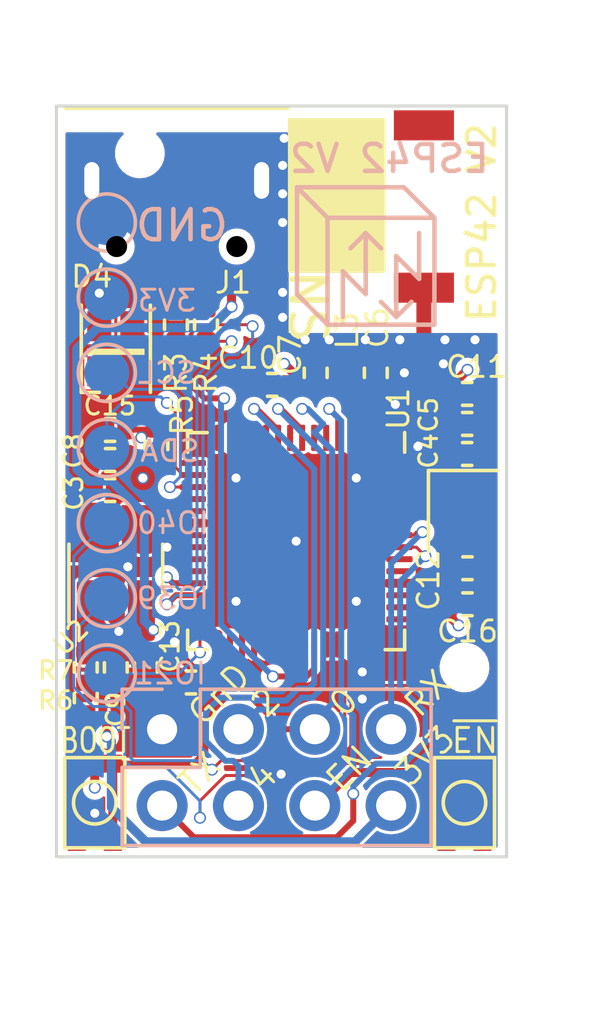
<source format=kicad_pcb>
(kicad_pcb (version 20221018) (generator pcbnew)
  (layers (0 "F.Cu" signal) (1 "In1.Cu" signal) (2 "In2.Cu" signal) (31 "B.Cu" signal) (34 "B.Paste" user) (35 "F.Paste" user) (36 "B.SilkS" user "B.Silkscreen") (37 "F.SilkS" user "F.Silkscreen") (38 "B.Mask" user) (39 "F.Mask" user) (44 "Edge.Cuts" user))
  (net 0 "")
  (net 1 "GND")
  (net 2 "Net-(AE1-A)")
  (net 3 "/EN")
  (net 4 "+3V3")
  (net 5 "VDD3P3")
  (net 6 "Net-(U1-XTAL_P)")
  (net 7 "Net-(U1-XTAL_N)")
  (net 9 "Net-(U1-VDD_SPI)")
  (net 14 "/IO47")
  (net 19 "Net-(J2-Pin_8)")
  (net 20 "/D-")
  (net 22 "/D+")
  (net 30 "/TX")
  (net 33 "/IO2")
  (net 34 "/IO4")
  (net 37 "/IO0")
  (net 40 "/RX")
  (net 43 "/SCL")
  (net 44 "/SDA")
  (net 45 "/VIN")
  (net 46 "Net-(J1-D-)")
  (net 48 "Net-(J1-D+)")
  (net 53 "Net-(U1-GPIO21)")
  (net 54 "Net-(U1-MTCK{slash}JTAG{slash}GPIO39)")
  (net 55 "Net-(U1-MTDO{slash}JTAG{slash}GPIO40)")
  (footprint "Resistor_SMD:R_0402_1005Metric" (layer "F.Cu") (at 152.85 105.8 -90)
    (fp_text reference "C6")
    (fp_text value "100n")
  )
  (footprint "TheBrutzlers_Lib:RFANT5220110A2T" (layer "F.Cu") (at 154.45 102.96875)
    (fp_text reference "AE1" hide)
    (fp_text value "Antenna_Shield")
  )
  (footprint "TheBrutzlers_Lib:jlc_tooling" (layer "F.Cu") (at 145 98.5)
    (fp_text reference "REF**" hide)
    (fp_text value "jlc_tooling")
  )
  (footprint "Resistor_SMD:R_0402_1005Metric" (layer "F.Cu") (at 145.2 115.6 90)
    (fp_text reference "C13")
    (fp_text value "1µ")
  )
  (footprint "Resistor_SMD:R_0402_1005Metric" (layer "F.Cu") (at 155.9 112.3 180)
    (fp_text reference "C12")
    (fp_text value "15p")
  )
  (footprint "Package_TO_SOT_SMD:TSOT-23-5" (layer "F.Cu") (at 144.2 112.3 90)
    (fp_text reference "U2")
    (fp_text value "LN1134A332MR")
  )
  (footprint "TheBrutzlers_Lib:microswitch" (layer "F.Cu") (at 143.5 120.1 90)
    (fp_text reference "SW2" hide)
    (fp_text value "SW_Push")
  )
  (footprint "Resistor_SMD:R_0402_1005Metric" (layer "F.Cu") (at 155.9 113.5 180)
    (fp_text reference "C16")
    (fp_text value "100n")
  )
  (footprint "TheBrutzlers_Lib:10118194" (layer "F.Cu") (at 146.225 99.4 180)
    (fp_text reference "J1")
    (fp_text value "USB_B_Micro")
  )
  (footprint "Resistor_SMD:R_0402_1005Metric" (layer "F.Cu") (at 143.2 115.6 -90)
    (fp_text reference "R7")
    (fp_text value "0")
  )
  (footprint "TheBrutzlers_Lib:jlc_tooling" (layer "F.Cu") (at 155.8 115.6)
    (fp_text reference "REF**" hide)
    (fp_text value "jlc_tooling")
  )
  (footprint "Resistor_SMD:R_0402_1005Metric" (layer "F.Cu") (at 155.89 107.5 180)
    (fp_text reference "C5")
    (fp_text value "100n")
  )
  (footprint "Resistor_SMD:R_0402_1005Metric" (layer "F.Cu") (at 149.4 106.2)
    (fp_text reference "C10")
    (fp_text value "1µ")
  )
  (footprint "Resistor_SMD:R_0402_1005Metric" (layer "F.Cu") (at 144.01 108.7)
    (fp_text reference "C8")
    (fp_text value "100n")
  )
  (footprint "TheBrutzlers_Lib:microswitch" (layer "F.Cu") (at 155.8 120.1 -90)
    (fp_text reference "SW1" hide)
    (fp_text value "SW_Push")
  )
  (footprint "Resistor_SMD:R_0402_1005Metric" (layer "F.Cu") (at 147.2 104.2 90)
    (fp_text reference "R4")
    (fp_text value "22")
  )
  (footprint "Inductor_SMD:L_0402_1005Metric" (layer "F.Cu") (at 151.85 105.8 -90)
    (fp_text reference "L3")
    (fp_text value "2n2")
  )
  (footprint "TheBrutzlers_Lib:LED_Cree-PLCC4_2x2mm_CCW" (layer "F.Cu") (at 144.2 105 90)
    (fp_text reference "D4")
    (fp_text value "WS2812B_Geaendertes_Symbol")
  )
  (footprint "Resistor_SMD:R_0402_1005Metric" (layer "F.Cu") (at 146.7 116.1)
    (fp_text reference "C14" hide)
    (fp_text value "100n")
  )
  (footprint "Resistor_SMD:R_0402_1005Metric" (layer "F.Cu") (at 146.2 104.2 90)
    (fp_text reference "R3")
    (fp_text value "22")
  )
  (footprint "Resistor_SMD:R_0402_1005Metric" (layer "F.Cu") (at 145.55 108.2 90)
    (fp_text reference "R5")
    (fp_text value "5K1")
  )
  (footprint "Resistor_SMD:R_0402_1005Metric" (layer "F.Cu") (at 144.01 107.7 180)
    (fp_text reference "C15")
    (fp_text value "1µ")
  )
  (footprint "Resistor_SMD:R_0402_1005Metric" (layer "F.Cu") (at 144.01 109.7 180)
    (fp_text reference "C3")
    (fp_text value "10µ")
  )
  (footprint "Resistor_SMD:R_0402_1005Metric" (layer "F.Cu") (at 155.89 108.5)
    (fp_text reference "C4")
    (fp_text value "15p")
  )
  (footprint "Resistor_SMD:R_0402_1005Metric" (layer "F.Cu") (at 144.2 115.6 -90)
    (fp_text reference "C9")
    (fp_text value "10µ")
  )
  (footprint "Package_DFN_QFN:QFN-56-1EP_7x7mm_P0.4mm_EP5.6x5.6mm" (layer "F.Cu") (at 150.2 111.4 -90)
    (fp_text reference "U1")
    (fp_text value "ESP32-S3")
  )
  (footprint "Resistor_SMD:R_0402_1005Metric" (layer "F.Cu") (at 155.89 106.5 180)
    (fp_text reference "C11")
    (fp_text value "1µ")
  )
  (footprint "Crystal:Crystal_SMD_2016-4Pin_2.0x1.6mm" (layer "F.Cu") (at 155.75 110.4 -90)
    (fp_text reference "Y1" hide)
    (fp_text value "40MHz")
  )
  (footprint "Resistor_SMD:R_0402_1005Metric" (layer "F.Cu") (at 143.2 116.619998 -90)
    (fp_text reference "R6")
    (fp_text value "0")
  )
  (footprint "Resistor_SMD:R_0402_1005Metric" (layer "F.Cu") (at 150.85 105.8 -90)
    (fp_text reference "C7")
    (fp_text value "100n")
  )
  (footprint "TestPoint:TestPoint_Pad_D1.5mm" (layer "B.Cu") (at 143.9 100.8 180)
    (fp_text reference "GND")
    (fp_text value "TestPoint")
  )
  (footprint "TestPoint:TestPoint_Pad_D1.5mm" (layer "B.Cu") (at 143.9 110.8 180)
    (fp_text reference "IO40")
    (fp_text value "TestPoint")
  )
  (footprint "TestPoint:TestPoint_Pad_D1.5mm" (layer "B.Cu") (at 143.9 115.8 180)
    (fp_text reference "IO21")
    (fp_text value "TestPoint")
  )
  (footprint "TestPoint:TestPoint_Pad_D1.5mm" (layer "B.Cu") (at 143.9 105.8 180)
    (fp_text reference "SCL")
    (fp_text value "TestPoint")
  )
  (footprint "TestPoint:TestPoint_Pad_D1.5mm" (layer "B.Cu") (at 143.9 108.3 180)
    (fp_text reference "SDA")
    (fp_text value "TestPoint")
  )
  (footprint "TestPoint:TestPoint_Pad_D1.5mm" (layer "B.Cu") (at 143.9 103.3 180)
    (fp_text reference "3V3")
    (fp_text value "TestPoint")
  )
  (footprint "TestPoint:TestPoint_Pad_D1.5mm" (layer "B.Cu") (at 143.9 113.3 180)
    (fp_text reference "IO39")
    (fp_text value "TestPoint")
  )
  (footprint "Connector_PinHeader_2.54mm:PinHeader_2x04_P2.54mm_Vertical" (layer "B.Cu") (at 145.74 117.655 -90)
    (fp_text reference "J2" hide)
    (fp_text value "Conn_02x04_Odd_Even")
  )
  (footprint "TheBrutzlers_Lib:Symbol_kurzschlussblog" (layer "B.Cu") (at 154.8 104.2 180)
    (fp_text reference "SM3" hide)
    (fp_text value "SYM_Arrow45_Tiny" hide)
  )
  (gr_rect (start 144.5 110.3) (end 145.4 111.7) (stroke (width 0.2)) (fill solid) (layer "F.Cu"))
  (gr_rect (start 150 97.4) (end 153.1 102.4) (stroke (width 0.15)) (fill solid) (layer "F.SilkS"))
  (gr_line (start 142.225 121.9) (end 142.225 96.925) (stroke (width 0.1)) (layer "Edge.Cuts"))
  (gr_line (start 157.2 96.925) (end 157.2 121.9) (stroke (width 0.1)) (layer "Edge.Cuts"))
  (gr_line (start 142.225 121.9) (end 157.2 121.9) (stroke (width 0.1)) (layer "Edge.Cuts"))
  (gr_line (start 157.2 96.925) (end 142.225 96.925) (stroke (width 0.1)) (layer "Edge.Cuts"))
  (gr_text "ESP42 V2" (at 156.7 99.2) (layer "B.SilkS") (effects (font (size 0.9 0.9) (thickness 0.15) bold) (justify left bottom mirror)))
  (gr_text "EN" (at 151.7 119.9 45) (layer "F.SilkS") (effects (font (size 0.8 0.8) (thickness 0.1)) (justify left bottom)))
  (gr_text "2" (at 149.2 117.4 45) (layer "F.SilkS") (effects (font (size 0.8 0.8) (thickness 0.1)) (justify left bottom)))
  (gr_text "0\n" (at 151.8 117.4 45) (layer "F.SilkS") (effects (font (size 0.8 0.8) (thickness 0.1)) (justify left bottom)))
  (gr_text "BOOT" (at 142.3 118.5) (layer "F.SilkS") (effects (font (size 0.8 0.6) (thickness 0.1)) (justify left bottom)))
  (gr_text "ESP42 V2" (at 156.9 104.2 90) (layer "F.SilkS") (effects (font (size 0.9 0.9) (thickness 0.15) bold) (justify left bottom)))
  (gr_text "GnD\n" (at 147.1 117.7 45) (layer "F.SilkS") (effects (font (size 0.8 0.8) (thickness 0.1)) (justify left bottom)))
  (gr_text "4\n" (at 149.1 119.9 45) (layer "F.SilkS") (effects (font (size 0.8 0.8) (thickness 0.1)) (justify left bottom)))
  (gr_text "3V3" (at 154 119.7 45) (layer "F.SilkS") (effects (font (size 0.8 0.8) (thickness 0.1)) (justify left bottom)))
  (gr_text "SN" (at 150.7 103.6 90) (layer "F.SilkS") (effects (font (size 1.2 1.2) (thickness 0.2) bold)))
  (gr_text "TX" (at 146.8 120 45) (layer "F.SilkS") (effects (font (size 0.8 0.8) (thickness 0.1)) (justify left bottom)))
  (gr_text "RX" (at 154.3 117.4 45) (layer "F.SilkS") (effects (font (size 0.8 0.8) (thickness 0.1)) (justify left bottom)))
  (gr_text "~{EN}\n" (at 155.3 118.5) (layer "F.SilkS") (effects (font (size 0.8 0.8) (thickness 0.1)) (justify left bottom)))
  (segment (start 156.4 109.6) (end 156.3 109.7) (width 0.2) (layer "F.Cu") (net 1))
  (segment (start 144.2 112.65) (end 144.6 112.25) (width 0.3) (layer "F.Cu") (net 1))
  (segment (start 156.4 108.7) (end 156.4 109.6) (width 0.5) (layer "F.Cu") (net 1))
  (segment (start 152.2 109.3) (end 152.3 109.3) (width 0.1) (layer "F.Cu") (net 1))
  (segment (start 144.2 114.3) (end 144.2 112.65) (width 0.3) (layer "F.Cu") (net 1))
  (segment (start 154.05 108.45) (end 154.25 108.25) (width 0.1) (layer "F.Cu") (net 1))
  (segment (start 152.3 109.3) (end 153.15 108.45) (width 0.1) (layer "F.Cu") (net 1))
  (segment (start 144.3 114.4) (end 144.2 114.3) (width 0.3) (layer "F.Cu") (net 1))
  (segment (start 155.39 112.1) (end 155.39 111.29) (width 0.5) (layer "F.Cu") (net 1))
  (segment (start 153.15 108.45) (end 154.05 108.45) (width 0.1) (layer "F.Cu") (net 1))
  (via (at 153.65 104.7) (size 0.4) (drill 0.3) (layers "F.Cu" "B.Cu") (net 1))
  (via (at 152.2 109.3) (size 0.4) (drill 0.3) (layers "F.Cu" "B.Cu") (net 1))
  (via (at 149.8 98) (size 0.4) (drill 0.3) (layers "F.Cu" "B.Cu") (net 1))
  (via (at 149.75 103.124999) (size 0.4) (drill 0.3) (layers "F.Cu" "B.Cu") (net 1))
  (via (at 148.2 113.4) (size 0.4) (drill 0.3) (layers "F.Cu" "B.Cu") (net 1))
  (via (at 155.1 105.5) (size 0.4) (drill 0.3) (layers "F.Cu" "B.Cu") (net 1))
  (via (at 152.4 116.65) (size 0.4) (drill 0.3) (layers "F.Cu" "B.Cu") (net 1))
  (via (at 155.15 104.7) (size 0.4) (drill 0.3) (layers "F.Cu" "B.Cu") (net 1))
  (via (at 150.5 104.7) (size 0.4) (drill 0.3) (layers "F.Cu" "B.Cu") (net 1))
  (via (at 149.75 99.844999) (size 0.4) (drill 0.3) (layers "F.Cu" "B.Cu") (net 1))
  (via (at 146.15 114.75) (size 0.4) (drill 0.3) (layers "F.Cu" "B.Cu") (net 1))
  (via (at 143.5 120.45) (size 0.4) (drill 0.3) (layers "F.Cu" "B.Cu") (net 1))
  (via (at 154.25 108.25) (size 0.4) (drill 0.3) (layers "F.Cu" "B.Cu") (net 1))
  (via (at 150.2 111.4) (size 0.4) (drill 0.3) (layers "F.Cu" "B.Cu") (net 1))
  (via (at 148.2 109.3) (size 0.4) (drill 0.3) (layers "F.Cu" "B.Cu") (net 1))
  (via (at 149.7 119.15) (size 0.4) (drill 0.3) (layers "F.Cu" "B.Cu") (net 1))
  (via (at 153.5 106.85) (size 0.4) (drill 0.3) (layers "F.Cu" "B.Cu") (net 1))
  (via (at 149.75 100.8) (size 0.4) (drill 0.3) (layers "F.Cu" "B.Cu") (net 1))
  (via (at 149.75 98.9) (size 0.4) (drill 0.3) (layers "F.Cu" "B.Cu") (net 1))
  (via (at 152.4 115.75) (size 0.4) (drill 0.3) (layers "F.Cu" "B.Cu") (net 1))
  (via (at 152.5 104.7) (size 0.4) (drill 0.3) (layers "F.Cu" "B.Cu") (net 1))
  (via (at 151.3 104.7) (size 0.4) (drill 0.3) (layers "F.Cu" "B.Cu") (net 1))
  (via (at 145.9 111.6) (size 0.4) (drill 0.3) (layers "F.Cu" "B.Cu") (net 1))
  (via (at 144.3 114.4) (size 0.4) (drill 0.3) (layers "F.Cu" "B.Cu") (net 1))
  (via (at 153.8 105.8) (size 0.4) (drill 0.3) (layers "F.Cu" "B.Cu") (net 1))
  (via (at 149.75 103.955) (size 0.4) (drill 0.3) (layers "F.Cu" "B.Cu") (net 1))
  (via (at 144.6 112.25) (size 0.4) (drill 0.3) (layers "F.Cu" "B.Cu") (net 1))
  (via (at 156.15 104.7) (size 0.4) (drill 0.3) (layers "F.Cu" "B.Cu") (net 1))
  (via (at 152.2 113.4) (size 0.4) (drill 0.3) (layers "F.Cu" "B.Cu") (net 1))
  (segment (start 154.45 106.251472) (end 154.45 102.96875) (width 0.5) (layer "F.Cu") (net 2))
  (segment (start 152.800001 107.625) (end 152.825001 107.6) (width 0.1) (layer "F.Cu") (net 2))
  (segment (start 152.825001 107.95) (end 153.161092 107.95) (width 0.1) (layer "F.Cu") (net 2))
  (segment (start 154.65 103.343749) (end 154.599999 103.39375) (width 0.2) (layer "F.Cu") (net 2))
  (arc (start 153.246447 107.95) (mid 153.573087 107.885028) (end 153.85 107.7) (width 0.5) (layer "F.Cu") (net 2))
  (arc (start 153.85 107.7) (mid 154.294065 107.03541) (end 154.45 106.251472) (width 0.5) (layer "F.Cu") (net 2))
  (segment (start 144.53 107.69) (end 144.52 107.7) (width 0.2) (layer "F.Cu") (net 3))
  (segment (start 155 121.2) (end 155.2 121.4) (width 0.3) (layer "F.Cu") (net 3))
  (segment (start 155.2 118.8) (end 155 119) (width 0.3) (layer "F.Cu") (net 3))
  (segment (start 145.05 107.95) (end 145.31 107.69) (width 0.3) (layer "F.Cu") (net 3))
  (segment (start 155 119) (end 155 121.2) (width 0.3) (layer "F.Cu") (net 3))
  (segment (start 151.6 107.9625) (end 151.6 107.3) (width 0.2) (layer "F.Cu") (net 3))
  (segment (start 150.82 120.195) (end 150.905 120.195) (width 0.3) (layer "F.Cu") (net 3))
  (segment (start 150.905 120.195) (end 152.005 119.095) (width 0.3) (layer "F.Cu") (net 3))
  (segment (start 152.005 119.095) (end 154.905 119.095) (width 0.3) (layer "F.Cu") (net 3))
  (segment (start 145.31 107.69) (end 145.6 107.69) (width 0.3) (layer "F.Cu") (net 3))
  (segment (start 151.6 107.3) (end 151.3 107) (width 0.2) (layer "F.Cu") (net 3))
  (segment (start 145.7 107.69) (end 144.53 107.69) (width 0.2) (layer "F.Cu") (net 3))
  (segment (start 154.905 119.095) (end 155 119) (width 0.3) (layer "F.Cu") (net 3))
  (via (at 151.3 107) (size 0.4) (drill 0.3) (layers "F.Cu" "B.Cu") (net 3))
  (via (at 145.05 107.95) (size 0.4) (drill 0.3) (layers "F.Cu" "B.Cu") (net 3))
  (segment (start 151.7 116.8) (end 152.1 117.2) (width 0.2) (layer "B.Cu") (net 3))
  (segment (start 151.7 107.4) (end 151.7 116.8) (width 0.2) (layer "B.Cu") (net 3))
  (segment (start 152.1 118.915) (end 150.82 120.195) (width 0.2) (layer "B.Cu") (net 3))
  (segment (start 152.1 117.2) (end 152.1 118.915) (width 0.2) (layer "B.Cu") (net 3))
  (segment (start 151.3 107) (end 151.7 107.4) (width 0.2) (layer "B.Cu") (net 3))
  (segment (start 153.6375 108.8) (end 154.486238 108.8) (width 0.2) (layer "F.Cu") (net 4))
  (segment (start 145.7 108.71) (end 144.53 108.71) (width 0.3) (layer "F.Cu") (net 4))
  (segment (start 146.7625 110.8) (end 147.15 110.8) (width 0.3) (layer "F.Cu") (net 4))
  (segment (start 145.1 109.3) (end 144.7 109.7) (width 0.3) (layer "F.Cu") (net 4))
  (segment (start 154.8 108.85) (end 154.8 108.486238) (width 0.2) (layer "F.Cu") (net 4))
  (segment (start 143.3 118.1) (end 143.5 118.3) (width 0.3) (layer "F.Cu") (net 4))
  (segment (start 144.53 108.71) (end 144.52 108.7) (width 0.3) (layer "F.Cu") (net 4))
  (segment (start 151 106.31) (end 151 106.215) (width 0.3) (layer "F.Cu") (net 4))
  (segment (start 145.1 109.65) (end 145.4 109.95) (width 0.3) (layer "F.Cu") (net 4))
  (segment (start 151 106.215) (end 151.9 105.315) (width 0.3) (layer "F.Cu") (net 4))
  (segment (start 145.1 109.3) (end 145.1 109.65) (width 0.3) (layer "F.Cu") (net 4))
  (segment (start 143.2 117.129998) (end 143.3 117.229998) (width 0.3) (layer "F.Cu") (net 4))
  (segment (start 154.486238 108.8) (end 154.8 108.486238) (width 0.2) (layer "F.Cu") (net 4))
  (segment (start 145.75 110.155025) (end 145.75 110.45) (width 0.3) (layer "F.Cu") (net 4))
  (segment (start 145.4 109.95) (end 145.544975 109.95) (width 0.3) (layer "F.Cu") (net 4))
  (segment (start 150.11 105.81) (end 150.11 106.3) (width 0.3) (layer "F.Cu") (net 4))
  (segment (start 153.6375 109.2) (end 154.45 109.2) (width 0.2) (layer "F.Cu") (net 4))
  (segment (start 155.6 114.2) (end 155.39 113.99) (width 0.3) (layer "F.Cu") (net 4))
  (segment (start 153.6375 112.8) (end 153.25 112.8) (width 0.3) (layer "F.Cu") (net 4))
  (segment (start 146.1 110.8) (end 146.7625 110.8) (width 0.3) (layer "F.Cu") (net 4))
  (segment (start 154.8 108.486238) (end 154.8 108.25) (width 0.2) (layer "F.Cu") (net 4))
  (segment (start 143.3 117.229998) (end 143.3 118.1) (width 0.3) (layer "F.Cu") (net 4))
  (segment (start 144.52 108.7) (end 144.52 109.7) (width 0.3) (layer "F.Cu") (net 4))
  (segment (start 150.11 106.3) (end 150.12 106.31) (width 0.3) (layer "F.Cu") (net 4))
  (segment (start 143.65 104.25) (end 143.65 103.15) (width 0.3) (layer "F.Cu") (net 4))
  (segment (start 154.75 112.8) (end 153.6375 112.8) (width 0.3) (layer "F.Cu") (net 4))
  (segment (start 155.39 113.44) (end 154.75 112.8) (width 0.3) (layer "F.Cu") (net 4))
  (segment (start 143.5 118.3) (end 143.5 119.6) (width 0.3) (layer "F.Cu") (net 4))
  (segment (start 144.7 109.7) (end 144.52 109.7) (width 0.3) (layer "F.Cu") (net 4))
  (segment (start 145.75 110.45) (end 146.1 110.8) (width 0.3) (layer "F.Cu") (net 4))
  (segment (start 155.38 106.22) (end 155.9 105.7) (width 0.3) (layer "F.Cu") (net 4))
  (segment (start 154.45 109.2) (end 154.8 108.85) (width 0.2) (layer "F.Cu") (net 4))
  (segment (start 155.38 106.5) (end 155.38 106.22) (width 0.3) (layer "F.Cu") (net 4))
  (segment (start 145.544975 109.95) (end 145.75 110.155025) (width 0.3) (layer "F.Cu") (net 4))
  (segment (start 149.8 105.5) (end 150.11 105.81) (width 0.3) (layer "F.Cu") (net 4))
  (segment (start 150.12 106.31) (end 151 106.31) (width 0.3) (layer "F.Cu") (net 4))
  (segment (start 155.39 113.99) (end 155.39 113.44) (width 0.3) (layer "F.Cu") (net 4))
  (segment (start 154.8 108.25) (end 155.25 107.8) (width 0.2) (layer "F.Cu") (net 4))
  (via (at 155.6 114.2) (size 0.4) (drill 0.3) (layers "F.Cu" "B.Cu") (net 4))
  (via (at 149.8 105.5) (size 0.4) (drill 0.3) (layers "F.Cu" "B.Cu") (net 4))
  (via (at 145.1 109.3) (size 0.4) (drill 0.3) (layers "F.Cu" "B.Cu") (net 4))
  (via (at 143.65 103.15) (size 0.4) (drill 0.3) (layers "F.Cu" "B.Cu") (net 4))
  (via (at 143.5 119.6) (size 0.4) (drill 0.3) (layers "F.Cu" "B.Cu") (net 4))
  (via (at 155.9 105.7) (size 0.4) (drill 0.3) (layers "F.Cu" "B.Cu") (net 4))
  (segment (start 152.4 106.71) (end 152.4 107.9625) (width 0.2) (layer "F.Cu") (net 5))
  (segment (start 151.925 106.31) (end 151.9 106.285) (width 0.2) (layer "F.Cu") (net 5))
  (segment (start 152.118199 107.418198) (end 152.318198 107.418198) (width 0.2) (layer "F.Cu") (net 5))
  (segment (start 151.9 106.285) (end 152 106.385) (width 0.2) (layer "F.Cu") (net 5))
  (segment (start 152 107.9625) (end 152 107.536397) (width 0.2) (layer "F.Cu") (net 5))
  (segment (start 152.4 107.5) (end 152.4 107.9625) (width 0.2) (layer "F.Cu") (net 5))
  (segment (start 152 106.385) (end 152 107.9625) (width 0.2) (layer "F.Cu") (net 5))
  (segment (start 152.318198 107.418198) (end 152.4 107.5) (width 0.2) (layer "F.Cu") (net 5))
  (segment (start 152.8 106.31) (end 152.4 106.71) (width 0.2) (layer "F.Cu") (net 5))
  (segment (start 152 107.536397) (end 152.118199 107.418198) (width 0.2) (layer "F.Cu") (net 5))
  (segment (start 152.8 106.31) (end 151.925 106.31) (width 0.2) (layer "F.Cu") (net 5))
  (segment (start 155.38 109.52) (end 155.2 109.7) (width 0.5) (layer "F.Cu") (net 6))
  (segment (start 153.6375 109.6) (end 155.1 109.6) (width 0.2) (layer "F.Cu") (net 6))
  (segment (start 155.38 108.7) (end 155.38 109.52) (width 0.5) (layer "F.Cu") (net 6))
  (segment (start 155.1 109.6) (end 155.2 109.7) (width 0.2) (layer "F.Cu") (net 6))
  (segment (start 154.65 110.35) (end 155.65 110.35) (width 0.2) (layer "F.Cu") (net 7))
  (segment (start 156.41 111.21) (end 156.3 111.1) (width 0.2) (layer "F.Cu") (net 7))
  (segment (start 156.41 112.1) (end 156.41 111.21) (width 0.5) (layer "F.Cu") (net 7))
  (segment (start 154.3 110) (end 154.65 110.35) (width 0.2) (layer "F.Cu") (net 7))
  (segment (start 155.65 110.35) (end 156.3 111) (width 0.2) (layer "F.Cu") (net 7))
  (segment (start 156.3 111) (end 156.3 111.1) (width 0.2) (layer "F.Cu") (net 7))
  (segment (start 153.6375 110) (end 154.3 110) (width 0.2) (layer "F.Cu") (net 7))
  (segment (start 147.21 115.79) (end 147.21 116.1) (width 0.3) (layer "F.Cu") (net 9))
  (segment (start 147.6 114.8375) (end 147.6 115.4) (width 0.3) (layer "F.Cu") (net 9))
  (segment (start 147.21 116.087818) (end 147.21 116.1) (width 0.3) (layer "F.Cu") (net 9))
  (segment (start 147.6 115.4) (end 147.21 115.79) (width 0.3) (layer "F.Cu") (net 9))
  (segment (start 145.2 115.09) (end 145.46 115.35) (width 0.3) (layer "F.Cu") (net 9))
  (segment (start 145.46 115.35) (end 146.472182 115.35) (width 0.3) (layer "F.Cu") (net 9))
  (segment (start 147.6 114.8375) (end 147.6 114.5) (width 0.3) (layer "F.Cu") (net 9))
  (segment (start 146.472182 115.35) (end 147.21 116.087818) (width 0.3) (layer "F.Cu") (net 9))
  (segment (start 145.75 105.85) (end 146.35 105.85) (width 0.2) (layer "F.Cu") (net 14))
  (segment (start 144.75 104.25) (end 145.4 104.9) (width 0.2) (layer "F.Cu") (net 14))
  (segment (start 145.4 105.5) (end 145.75 105.85) (width 0.2) (layer "F.Cu") (net 14))
  (segment (start 145.4 104.9) (end 145.4 105.5) (width 0.2) (layer "F.Cu") (net 14))
  (segment (start 146.35 105.85) (end 147.15 106.65) (width 0.2) (layer "F.Cu") (net 14))
  (segment (start 150.8 115.65) (end 150.8 114.8375) (width 0.2) (layer "F.Cu") (net 14))
  (segment (start 149.425 115.9) (end 150.55 115.9) (width 0.2) (layer "F.Cu") (net 14))
  (segment (start 150.55 115.9) (end 150.8 115.65) (width 0.2) (layer "F.Cu") (net 14))
  (segment (start 147.15 106.65) (end 147.8 106.65) (width 0.2) (layer "F.Cu") (net 14))
  (via (at 147.8 106.65) (size 0.4) (drill 0.3) (layers "F.Cu" "B.Cu") (net 14))
  (via (at 149.425 115.9) (size 0.4) (drill 0.3) (layers "F.Cu" "B.Cu") (net 14))
  (segment (start 149.425 115.9) (end 147.7 114.175) (width 0.2) (layer "B.Cu") (net 14))
  (segment (start 147.7 106.75) (end 147.8 106.65) (width 0.2) (layer "B.Cu") (net 14))
  (segment (start 147.7 114.175) (end 147.7 106.75) (width 0.2) (layer "B.Cu") (net 14))
  (segment (start 143.77 117.134313) (end 143.77 116.679998) (width 0.3) (layer "F.Cu") (net 19))
  (segment (start 143.9 117.9) (end 143.9 117.264313) (width 0.3) (layer "F.Cu") (net 19))
  (segment (start 143.77 116.679998) (end 143.2 116.109998) (width 0.3) (layer "F.Cu") (net 19))
  (segment (start 143.9 117.264313) (end 143.77 117.134313) (width 0.3) (layer "F.Cu") (net 19))
  (via (at 143.9 117.9) (size 0.4) (drill 0.3) (layers "F.Cu" "B.Cu") (net 19))
  (segment (start 152.155 121.4) (end 153.36 120.195) (width 0.3) (layer "B.Cu") (net 19))
  (segment (start 144.05 120.25) (end 145.2 121.4) (width 0.3) (layer "B.Cu") (net 19))
  (segment (start 144.05 118.05) (end 144.05 120.25) (width 0.3) (layer "B.Cu") (net 19))
  (segment (start 143.9 117.9) (end 144.05 118.05) (width 0.3) (layer "B.Cu") (net 19))
  (segment (start 145.2 121.4) (end 152.155 121.4) (width 0.3) (layer "B.Cu") (net 19))
  (segment (start 147.24 104.75) (end 147.2 104.71) (width 0.1) (layer "F.Cu") (net 20))
  (segment (start 146.1 112.8) (end 146.7625 112.8) (width 0.2) (layer "F.Cu") (net 20))
  (segment (start 148.05 104.75) (end 147.24 104.75) (width 0.1) (layer "F.Cu") (net 20))
  (segment (start 145.9 112.6) (end 146.1 112.8) (width 0.2) (layer "F.Cu") (net 20))
  (via (at 145.9 112.6) (size 0.4) (drill 0.3) (layers "F.Cu" "B.Cu") (net 20))
  (via (at 148.05 104.75) (size 0.4) (drill 0.3) (layers "F.Cu" "B.Cu") (net 20))
  (segment (start 146.3 113) (end 145.9 112.6) (width 0.1) (layer "B.Cu") (net 20))
  (segment (start 146.9 112.817158) (end 146.717158 113) (width 0.1) (layer "B.Cu") (net 20))
  (segment (start 146.9 105.9) (end 146.9 112.817158) (width 0.1) (layer "B.Cu") (net 20))
  (segment (start 148.05 104.75) (end 146.9 105.9) (width 0.1) (layer "B.Cu") (net 20))
  (segment (start 146.717158 113) (end 146.3 113) (width 0.1) (layer "B.Cu") (net 20))
  (segment (start 146.2 113.2) (end 145.9 113.5) (width 0.2) (layer "F.Cu") (net 22))
  (segment (start 148.75 104.25) (end 148.7 104.2) (width 0.1) (layer "F.Cu") (net 22))
  (segment (start 146.7625 113.2) (end 146.2 113.2) (width 0.2) (layer "F.Cu") (net 22))
  (segment (start 146.71 104.2) (end 146.2 104.71) (width 0.1) (layer "F.Cu") (net 22))
  (segment (start 148.7 104.2) (end 146.71 104.2) (width 0.1) (layer "F.Cu") (net 22))
  (via (at 145.9 113.5) (size 0.4) (drill 0.3) (layers "F.Cu" "B.Cu") (net 22))
  (via (at 148.75 104.25) (size 0.4) (drill 0.3) (layers "F.Cu" "B.Cu") (net 22))
  (segment (start 147.1 105.982842) (end 147.1 112.9) (width 0.1) (layer "B.Cu") (net 22))
  (segment (start 148.75 104.686397) (end 148.236397 105.2) (width 0.1) (layer "B.Cu") (net 22))
  (segment (start 146.8 113.2) (end 146.2 113.2) (width 0.1) (layer "B.Cu") (net 22))
  (segment (start 146.2 113.2) (end 145.9 113.5) (width 0.1) (layer "B.Cu") (net 22))
  (segment (start 148.236397 105.2) (end 147.882842 105.2) (width 0.1) (layer "B.Cu") (net 22))
  (segment (start 147.882842 105.2) (end 147.1 105.982842) (width 0.1) (layer "B.Cu") (net 22))
  (segment (start 148.75 104.25) (end 148.75 104.686397) (width 0.1) (layer "B.Cu") (net 22))
  (segment (start 147.1 112.9) (end 146.8 113.2) (width 0.1) (layer "B.Cu") (net 22))
  (segment (start 152.1 120.7) (end 152.1 119.8) (width 0.2) (layer "F.Cu") (net 30))
  (segment (start 151.55 121.25) (end 152.1 120.7) (width 0.2) (layer "F.Cu") (net 30))
  (segment (start 145.74 120.195) (end 146.795 121.25) (width 0.2) (layer "F.Cu") (net 30))
  (segment (start 146.795 121.25) (end 151.55 121.25) (width 0.2) (layer "F.Cu") (net 30))
  (segment (start 153.6375 111.6) (end 154.2 111.6) (width 0.1) (layer "F.Cu") (net 30))
  (segment (start 154.2 111.6) (end 154.5 111.9) (width 0.1) (layer "F.Cu") (net 30))
  (via (at 152.1 119.8) (size 0.4) (drill 0.3) (layers "F.Cu" "B.Cu") (net 30))
  (via (at 154.5 111.9) (size 0.4) (drill 0.3) (layers "F.Cu" "B.Cu") (net 30))
  (segment (start 152.1 119.55) (end 152.85 118.8) (width 0.2) (layer "B.Cu") (net 30))
  (segment (start 152.85 118.8) (end 153.8 118.8) (width 0.2) (layer "B.Cu") (net 30))
  (segment (start 153.8 118.8) (end 154.5 118.1) (width 0.2) (layer "B.Cu") (net 30))
  (segment (start 154.5 118.1) (end 154.5 117.1) (width 0.2) (layer "B.Cu") (net 30))
  (segment (start 152.1 119.8) (end 152.1 119.55) (width 0.2) (layer "B.Cu") (net 30))
  (segment (start 153.66 112.74) (end 154.5 111.9) (width 0.2) (layer "B.Cu") (net 30))
  (segment (start 153.66 116.26) (end 153.66 112.74) (width 0.2) (layer "B.Cu") (net 30))
  (segment (start 154.5 117.1) (end 153.66 116.26) (width 0.2) (layer "B.Cu") (net 30))
  (segment (start 150.4 107.642157) (end 149.757843 107) (width 0.1) (layer "F.Cu") (net 33))
  (segment (start 150.4 107.9625) (end 150.4 107.642157) (width 0.1) (layer "F.Cu") (net 33))
  (segment (start 149.757843 107) (end 149.6 107) (width 0.1) (layer "F.Cu") (net 33))
  (via (at 149.6 107) (size 0.4) (drill 0.3) (layers "F.Cu" "B.Cu") (net 33))
  (segment (start 150.745 116.605) (end 151.1 116.25) (width 0.2) (layer "B.Cu") (net 33))
  (segment (start 150.382132 116.605) (end 150.745 116.605) (width 0.2) (layer "B.Cu") (net 33))
  (segment (start 148.935 117) (end 149.987132 117) (width 0.2) (layer "B.Cu") (net 33))
  (segment (start 151.1 116.25) (end 151.1 108.5) (width 0.2) (layer "B.Cu") (net 33))
  (segment (start 151.1 108.5) (end 149.6 107) (width 0.2) (layer "B.Cu") (net 33))
  (segment (start 148.28 117.655) (end 148.935 117) (width 0.2) (layer "B.Cu") (net 33))
  (segment (start 149.987132 117) (end 150.382132 116.605) (width 0.2) (layer "B.Cu") (net 33))
  (segment (start 149.6 107.642157) (end 148.957843 107) (width 0.1) (layer "F.Cu") (net 34))
  (segment (start 149.6 107.9625) (end 149.6 107.642157) (width 0.1) (layer "F.Cu") (net 34))
  (segment (start 148.9 107) (end 148.957843 107) (width 0.1) (layer "F.Cu") (net 34))
  (via (at 148.8 107) (size 0.4) (drill 0.3) (layers "F.Cu" "B.Cu") (net 34))
  (segment (start 149.862868 116.7) (end 148.809925 116.7) (width 0.2) (layer "B.Cu") (net 34))
  (segment (start 150.8 109) (end 150.8 116.125736) (width 0.2) (layer "B.Cu") (net 34))
  (segment (start 147.845075 118.705) (end 148.105 118.705) (width 0.2) (layer "B.Cu") (net 34))
  (segment (start 148.714925 116.605) (end 147.670037 116.605) (width 0.2) (layer "B.Cu") (net 34))
  (segment (start 147.2 117.075037) (end 147.2 118.059925) (width 0.2) (layer "B.Cu") (net 34))
  (segment (start 148.809925 116.7) (end 148.714925 116.605) (width 0.2) (layer "B.Cu") (net 34))
  (segment (start 148.105 118.705) (end 148.28 118.88) (width 0.2) (layer "B.Cu") (net 34))
  (segment (start 147.670037 116.605) (end 147.2 117.075037) (width 0.2) (layer "B.Cu") (net 34))
  (segment (start 150.620736 116.305) (end 150.257868 116.305) (width 0.2) (layer "B.Cu") (net 34))
  (segment (start 147.2 118.059925) (end 147.845075 118.705) (width 0.2) (layer "B.Cu") (net 34))
  (segment (start 150.8 116.125736) (end 150.620736 116.305) (width 0.2) (layer "B.Cu") (net 34))
  (segment (start 148.8 107) (end 150.8 109) (width 0.2) (layer "B.Cu") (net 34))
  (segment (start 150.257868 116.305) (end 149.862868 116.7) (width 0.2) (layer "B.Cu") (net 34))
  (segment (start 148.28 118.88) (end 148.28 120.195) (width 0.2) (layer "B.Cu") (net 34))
  (segment (start 147.18 118.415) (end 147.18 117.270075) (width 0.2) (layer "F.Cu") (net 37))
  (segment (start 150.581801 107) (end 150.4 107) (width 0.1) (layer "F.Cu") (net 37))
  (segment (start 144.1 121.05) (end 144.1 118.8) (width 0.3) (layer "F.Cu") (net 37))
  (segment (start 151.2 107.9625) (end 151.2 107.618199) (width 0.1) (layer "F.Cu") (net 37))
  (segment (start 146.795 118.8) (end 147.18 118.415) (width 0.2) (layer "F.Cu") (net 37))
  (segment (start 151.2 107.618199) (end 150.581801 107) (width 0.1) (layer "F.Cu") (net 37))
  (segment (start 147.845075 116.605) (end 148.714925 116.605) (width 0.2) (layer "F.Cu") (net 37))
  (segment (start 149.33 117.220075) (end 149.33 117.53) (width 0.2) (layer "F.Cu") (net 37))
  (segment (start 148.714925 116.605) (end 149.33 117.220075) (width 0.2) (layer "F.Cu") (net 37))
  (segment (start 144.1 118.8) (end 146.795 118.8) (width 0.2) (layer "F.Cu") (net 37))
  (segment (start 147.18 117.270075) (end 147.845075 116.605) (width 0.2) (layer "F.Cu") (net 37))
  (segment (start 149.455 117.655) (end 150.82 117.655) (width 0.2) (layer "F.Cu") (net 37))
  (segment (start 149.33 117.53) (end 149.455 117.655) (width 0.2) (layer "F.Cu") (net 37))
  (via (at 150.4 107) (size 0.4) (drill 0.3) (layers "F.Cu" "B.Cu") (net 37))
  (segment (start 150.592893 107) (end 150.4 107) (width 0.2) (layer "B.Cu") (net 37))
  (segment (start 150.82 117.655) (end 150.8 117.635) (width 0.2) (layer "B.Cu") (net 37))
  (segment (start 151.1 107.5) (end 151.092893 107.5) (width 0.2) (layer "B.Cu") (net 37))
  (segment (start 150.8 117.4) (end 151.4 116.8) (width 0.2) (layer "B.Cu") (net 37))
  (segment (start 151.4 116.8) (end 151.4 108.375736) (width 0.2) (layer "B.Cu") (net 37))
  (segment (start 151.4 108.375736) (end 150.812132 107.787868) (width 0.2) (layer "B.Cu") (net 37))
  (segment (start 151.092893 107.5) (end 150.592893 107) (width 0.2) (layer "B.Cu") (net 37))
  (segment (start 150.8 117.635) (end 150.8 117.4) (width 0.2) (layer "B.Cu") (net 37))
  (segment (start 150.812132 107.787868) (end 151.1 107.5) (width 0.2) (layer "B.Cu") (net 37))
  (segment (start 154.1 111.2) (end 153.6375 111.2) (width 0.1) (layer "F.Cu") (net 40))
  (segment (start 154.4 111.1) (end 154.2 111.1) (width 0.1) (layer "F.Cu") (net 40))
  (segment (start 154.2 111.1) (end 154.1 111.2) (width 0.1) (layer "F.Cu") (net 40))
  (via (at 154.4 111.1) (size 0.4) (drill 0.3) (layers "F.Cu" "B.Cu") (net 40))
  (segment (start 153.36 112.14) (end 154.4 111.1) (width 0.2) (layer "B.Cu") (net 40))
  (segment (start 153.36 117.655) (end 153.36 112.14) (width 0.2) (layer "B.Cu") (net 40))
  (segment (start 146.7625 109.6) (end 146 109.6) (width 0.1) (layer "F.Cu") (net 43))
  (via (at 146 109.6) (size 0.4) (drill 0.3) (layers "F.Cu" "B.Cu") (net 43))
  (segment (start 146.35 109.25) (end 146.35 106.613603) (width 0.1) (layer "B.Cu") (net 43))
  (segment (start 146.086397 106.35) (end 144.65 106.35) (width 0.1) (layer "B.Cu") (net 43))
  (segment (start 146.35 106.613603) (end 146.086397 106.35) (width 0.1) (layer "B.Cu") (net 43))
  (segment (start 146 109.6) (end 146.35 109.25) (width 0.1) (layer "B.Cu") (net 43))
  (segment (start 144.65 106.35) (end 144.1 105.8) (width 0.1) (layer "B.Cu") (net 43))
  (segment (start 144.1 105.8) (end 143.9 105.8) (width 0.1) (layer "B.Cu") (net 43))
  (segment (start 146.442157 109.2) (end 146.7625 109.2) (width 0.1) (layer "F.Cu") (net 44))
  (segment (start 146.175 107.075) (end 146.175 108.932843) (width 0.1) (layer "F.Cu") (net 44))
  (segment (start 145.9 106.8) (end 146.175 107.075) (width 0.1) (layer "F.Cu") (net 44))
  (segment (start 146.175 108.932843) (end 146.442157 109.2) (width 0.1) (layer "F.Cu") (net 44))
  (via (at 145.9 106.8) (size 0.4) (drill 0.3) (layers "F.Cu" "B.Cu") (net 44))
  (segment (start 143.9 107.3) (end 143.9 108.3) (width 0.1) (layer "B.Cu") (net 44))
  (segment (start 144.6 106.6) (end 143.9 107.3) (width 0.1) (layer "B.Cu") (net 44))
  (segment (start 145.7 106.6) (end 144.6 106.6) (width 0.1) (layer "B.Cu") (net 44))
  (segment (start 145.9 106.8) (end 145.7 106.6) (width 0.1) (layer "B.Cu") (net 44))
  (segment (start 145.15 114.55) (end 145.08 114.62) (width 0.2) (layer "F.Cu") (net 45))
  (segment (start 144.68 115.09) (end 144.2 115.09) (width 0.2) (layer "F.Cu") (net 45))
  (segment (start 143.25 115.04) (end 143.2 115.09) (width 0.3) (layer "F.Cu") (net 45))
  (segment (start 145.15 113.3375) (end 145.15 114.55) (width 0.2) (layer "F.Cu") (net 45))
  (segment (start 148.05 102.6) (end 147.95 102.5) (width 0.3) (layer "F.Cu") (net 45))
  (segment (start 147.95 102.5) (end 147.525 102.5) (width 0.3) (layer "F.Cu") (net 45))
  (segment (start 144.2 115.09) (end 143.2 115.09) (width 0.3) (layer "F.Cu") (net 45))
  (segment (start 148.05 103.6) (end 148.05 102.6) (width 0.3) (layer "F.Cu") (net 45))
  (segment (start 145.08 114.62) (end 144.876238 114.62) (width 0.2) (layer "F.Cu") (net 45))
  (segment (start 144.876238 114.62) (end 144.68 114.816238) (width 0.2) (layer "F.Cu") (net 45))
  (segment (start 144.68 114.816238) (end 144.68 115.09) (width 0.2) (layer "F.Cu") (net 45))
  (via (at 148.05 103.6) (size 0.4) (drill 0.3) (layers "F.Cu" "B.Cu") (net 45))
  (via (at 145.45 114.35) (size 0.4) (drill 0.3) (layers "F.Cu" "B.Cu") (net 45))
  (segment (start 142.9 105) (end 142.9 109) (width 0.3) (layer "B.Cu") (net 45))
  (segment (start 145.15 110.5) (end 145.15 114.05) (width 0.3) (layer "B.Cu") (net 45))
  (segment (start 143.6 104.3) (end 142.9 105) (width 0.3) (layer "B.Cu") (net 45))
  (segment (start 145.15 114.05) (end 145.45 114.35) (width 0.3) (layer "B.Cu") (net 45))
  (segment (start 143.3 109.4) (end 144.05 109.4) (width 0.3) (layer "B.Cu") (net 45))
  (segment (start 144.05 109.4) (end 145.15 110.5) (width 0.3) (layer "B.Cu") (net 45))
  (segment (start 147.35 104.3) (end 143.6 104.3) (width 0.3) (layer "B.Cu") (net 45))
  (segment (start 142.9 109) (end 143.3 109.4) (width 0.3) (layer "B.Cu") (net 45))
  (segment (start 148.05 103.6) (end 147.35 104.3) (width 0.3) (layer "B.Cu") (net 45))
  (segment (start 146.8 102.575) (end 146.8 103.29) (width 0.2) (layer "F.Cu") (net 46))
  (segment (start 146.875 102.5) (end 146.8 102.575) (width 0.2) (layer "F.Cu") (net 46))
  (segment (start 146.8 103.29) (end 147.2 103.69) (width 0.2) (layer "F.Cu") (net 46))
  (segment (start 146.3 103.59) (end 146.2 103.69) (width 0.2) (layer "F.Cu") (net 48))
  (segment (start 146.225 102.5) (end 146.3 102.575) (width 0.2) (layer "F.Cu") (net 48))
  (segment (start 146.3 102.575) (end 146.3 103.59) (width 0.2) (layer "F.Cu") (net 48))
  (segment (start 146.093198 114.068934) (end 146.324264 114.3) (width 0.1) (layer "F.Cu") (net 53))
  (segment (start 146.7625 113.6) (end 146.35 113.6) (width 0.1) (layer "F.Cu") (net 53))
  (segment (start 147 114.45) (end 147 115.1) (width 0.1) (layer "F.Cu") (net 53))
  (segment (start 146.85 114.3) (end 147 114.45) (width 0.1) (layer "F.Cu") (net 53))
  (segment (start 146.324264 114.3) (end 146.85 114.3) (width 0.1) (layer "F.Cu") (net 53))
  (segment (start 146.093198 113.943199) (end 146.093198 114.068934) (width 0.1) (layer "F.Cu") (net 53))
  (segment (start 146.35 113.686397) (end 146.093198 113.943199) (width 0.1) (layer "F.Cu") (net 53))
  (segment (start 146.35 113.6) (end 146.35 113.686397) (width 0.1) (layer "F.Cu") (net 53))
  (via (at 147 115.1) (size 0.4) (drill 0.3) (layers "F.Cu" "B.Cu") (net 53))
  (segment (start 143.9 115.8) (end 146.3 115.8) (width 0.1) (layer "B.Cu") (net 53))
  (segment (start 146.3 115.8) (end 147 115.1) (width 0.1) (layer "B.Cu") (net 53))
  (segment (start 151.82 118.135) (end 151.82 116.593603) (width 0.1) (layer "F.Cu") (net 54))
  (segment (start 154.6 116.1) (end 154.6 114) (width 0.1) (layer "F.Cu") (net 54))
  (segment (start 154.5 116.2) (end 154.6 116.1) (width 0.1) (layer "F.Cu") (net 54))
  (segment (start 152.213603 116.2) (end 154.5 116.2) (width 0.1) (layer "F.Cu") (net 54))
  (segment (start 147.7 118.7) (end 148.7 118.7) (width 0.1) (layer "F.Cu") (net 54))
  (segment (start 154.2 113.6) (end 153.6375 113.6) (width 0.1) (layer "F.Cu") (net 54))
  (segment (start 154.6 114) (end 154.2 113.6) (width 0.1) (layer "F.Cu") (net 54))
  (segment (start 148.7 118.7) (end 148.745 118.655) (width 0.1) (layer "F.Cu") (net 54))
  (segment (start 147.4 119) (end 147.7 118.7) (width 0.1) (layer "F.Cu") (net 54))
  (segment (start 151.82 116.593603) (end 152.213603 116.2) (width 0.1) (layer "F.Cu") (net 54))
  (segment (start 148.745 118.655) (end 151.3 118.655) (width 0.1) (layer "F.Cu") (net 54))
  (segment (start 151.3 118.655) (end 151.82 118.135) (width 0.1) (layer "F.Cu") (net 54))
  (via (at 147.4 119) (size 0.4) (drill 0.3) (layers "F.Cu" "B.Cu") (net 54))
  (segment (start 144.336397 116.7) (end 143.527207 116.7) (width 0.1) (layer "B.Cu") (net 54))
  (segment (start 144.7 118.615) (end 144.7 117.063603) (width 0.1) (layer "B.Cu") (net 54))
  (segment (start 144.7 117.063603) (end 144.336397 116.7) (width 0.1) (layer "B.Cu") (net 54))
  (segment (start 143 116.172793) (end 143 114.2) (width 0.1) (layer "B.Cu") (net 54))
  (segment (start 147.4 119) (end 147.1 118.7) (width 0.1) (layer "B.Cu") (net 54))
  (segment (start 143 114.2) (end 143.9 113.3) (width 0.1) (layer "B.Cu") (net 54))
  (segment (start 144.785 118.7) (end 144.7 118.615) (width 0.1) (layer "B.Cu") (net 54))
  (segment (start 143.527207 116.7) (end 143 116.172793) (width 0.1) (layer "B.Cu") (net 54))
  (segment (start 147.1 118.7) (end 144.785 118.7) (width 0.1) (layer "B.Cu") (net 54))
  (segment (start 153.6375 113.2) (end 154.082842 113.2) (width 0.1) (layer "F.Cu") (net 55))
  (segment (start 149.786397 119.7) (end 149.6 119.7) (width 0.1) (layer "F.Cu") (net 55))
  (segment (start 147 120.036397) (end 147 120.6) (width 0.1) (layer "F.Cu") (net 55))
  (segment (start 153.705 118.795) (end 151.442843 118.795) (width 0.1) (layer "F.Cu") (net 55))
  (segment (start 154.8 117.7) (end 153.705 118.795) (width 0.1) (layer "F.Cu") (net 55))
  (segment (start 151.442843 118.795) (end 151.137843 119.1) (width 0.1) (layer "F.Cu") (net 55))
  (segment (start 154.8 113.917158) (end 154.8 117.7) (width 0.1) (layer "F.Cu") (net 55))
  (segment (start 151.137843 119.1) (end 150.386397 119.1) (width 0.1) (layer "F.Cu") (net 55))
  (segment (start 154.082842 113.2) (end 154.8 113.917158) (width 0.1) (layer "F.Cu") (net 55))
  (segment (start 147.841397 119.195) (end 147 120.036397) (width 0.1) (layer "F.Cu") (net 55))
  (segment (start 150.386397 119.1) (end 149.786397 119.7) (width 0.1) (layer "F.Cu") (net 55))
  (segment (start 149.6 119.7) (end 149.095 119.195) (width 0.1) (layer "F.Cu") (net 55))
  (segment (start 149.095 119.195) (end 147.841397 119.195) (width 0.1) (layer "F.Cu") (net 55))
  (via (at 147 120.6) (size 0.4) (drill 0.3) (layers "F.Cu" "B.Cu") (net 55))
  (segment (start 143.9 110.8) (end 142.8 111.9) (width 0.1) (layer "B.Cu") (net 55))
  (segment (start 144.253555 116.9) (end 144.5 117.146445) (width 0.1) (layer "B.Cu") (net 55))
  (segment (start 145.859214 118.9) (end 144.702157 118.9) (width 0.1) (layer "B.Cu") (net 55))
  (segment (start 144.702158 118.9) (end 144.8 118.9) (width 0.1) (layer "B.Cu") (net 55))
  (segment (start 147 120.040786) (end 145.859214 118.9) (width 0.1) (layer "B.Cu") (net 55))
  (segment (start 143.444365 116.9) (end 144.253555 116.9) (width 0.1) (layer "B.Cu") (net 55))
  (segment (start 142.8 111.9) (end 142.8 116.255636) (width 0.1) (layer "B.Cu") (net 55))
  (segment (start 144.5 118.697843) (end 144.702158 118.9) (width 0.1) (layer "B.Cu") (net 55))
  (segment (start 147 120.6) (end 147 120.040786) (width 0.1) (layer "B.Cu") (net 55))
  (segment (start 144.5 117.146445) (end 144.5 118.697843) (width 0.1) (layer "B.Cu") (net 55))
  (segment (start 142.8 116.255636) (end 143.444365 116.9) (width 0.1) (layer "B.Cu") (net 55))
  (zone (net 4) (net_name "+3V3") (layer "F.Cu") (priority 6) (connect_pads yes (clearance 0.01)) (min_thickness 0.25) (fill yes (thermal_gap 0.5) (thermal_bridge_width 0.5))
    (polygon (pts (xy 145.9 108.2) (xy 143.7 108.2) (xy 143.7 110.084069) (xy 142.2 110.1) (xy 142.2 112.1) (xy 144.4 112.1) (xy 144.4 110.1) (xy 145.9 110.1)))
  )
  (zone (net 4) (net_name "+3V3") (layer "F.Cu") (priority 6) (connect_pads yes (clearance 0.01)) (min_thickness 0.25) (fill yes (thermal_gap 0.5) (thermal_bridge_width 0.5))
    (polygon (pts (xy 153.2 108.7) (xy 153.2 109.3) (xy 154.5 109.3) (xy 155.65 108.15) (xy 155.65 106.2) (xy 155.1 106.2) (xy 155.1 107.85) (xy 154.25 108.7)))
  )
  (zone (net 45) (net_name "/VIN") (layer "F.Cu") (priority 6) (connect_pads yes (clearance 0.01)) (min_thickness 0.25) (fill yes (thermal_gap 0.5) (thermal_bridge_width 0.5))
    (polygon (pts (xy 142.9 112.7) (xy 142.9 115.5) (xy 145.5 115.5) (xy 145.5 112.7) (xy 143.5 112.7)))
  )
  (zone (net 2) (net_name "Net-(AE1-A)") (layer "F.Cu") (priority 20) (connect_pads yes (clearance 0.01)) (min_thickness 0.1) (fill yes (thermal_gap 0.5) (thermal_bridge_width 0.5))
    (polygon (pts (xy 152.7 107.55) (xy 152.9 107.55) (xy 153.05 107.7) (xy 153.25 107.7) (xy 153.25 108.2) (xy 153.1 108.2) (xy 152.9 108.4) (xy 152.7 108.4)))
  )
  (zone (net 5) (net_name "VDD3P3") (layer "F.Cu") (priority 6) (connect_pads yes (clearance 0.01)) (min_thickness 0.25) (fill yes (thermal_gap 0.5) (thermal_bridge_width 0.5))
    (polygon (pts (xy 152.5 108.4) (xy 152.5 107.1) (xy 153.1 106.5) (xy 153.1 106) (xy 151.6 106) (xy 151.5 106.1) (xy 151.5 106.7) (xy 151.9 107.1) (xy 151.9 108.4)))
  )
  (zone (net 1) (net_name "GND") (layers "F.Cu" "In1.Cu" "B.Cu") (name "GND") (priority 5) (connect_pads yes (clearance 0.1)) (min_thickness 0.1) (fill yes (thermal_gap 0.2) (thermal_bridge_width 0.2))
    (polygon (pts (xy 149.95 102.1) (xy 149.95 104.475) (xy 157.2 104.475) (xy 157.2 121.9) (xy 142.2 121.9) (xy 142.2 97.8) (xy 149.95 97.8)))
  )
)
</source>
